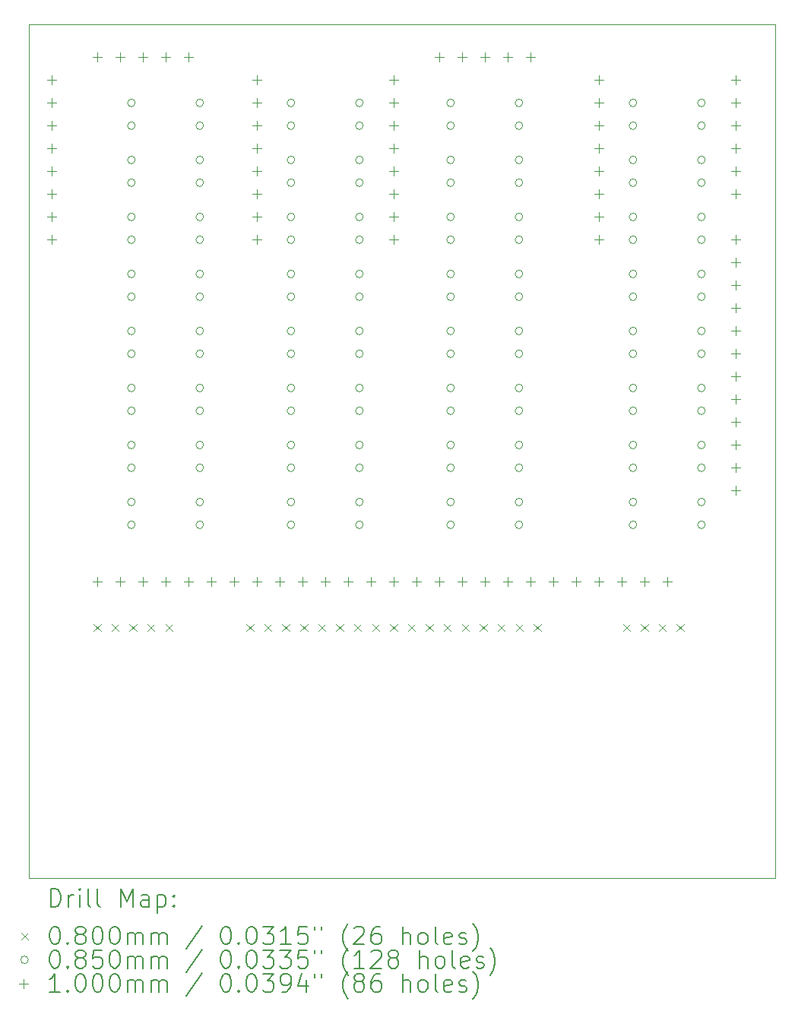
<source format=gbr>
%TF.GenerationSoftware,KiCad,Pcbnew,7.0.1*%
%TF.CreationDate,2023-11-08T17:30:50+01:00*%
%TF.ProjectId,keyboard,6b657962-6f61-4726-942e-6b696361645f,rev?*%
%TF.SameCoordinates,Original*%
%TF.FileFunction,Drillmap*%
%TF.FilePolarity,Positive*%
%FSLAX45Y45*%
G04 Gerber Fmt 4.5, Leading zero omitted, Abs format (unit mm)*
G04 Created by KiCad (PCBNEW 7.0.1) date 2023-11-08 17:30:50*
%MOMM*%
%LPD*%
G01*
G04 APERTURE LIST*
%ADD10C,0.100000*%
%ADD11C,0.200000*%
%ADD12C,0.080000*%
%ADD13C,0.085000*%
G04 APERTURE END LIST*
D10*
X8382000Y-3700000D02*
X16700000Y-3700000D01*
X16700000Y-13208000D01*
X8382000Y-13208000D01*
X8382000Y-3700000D01*
D11*
D12*
X9104000Y-10374000D02*
X9184000Y-10454000D01*
X9184000Y-10374000D02*
X9104000Y-10454000D01*
X9304000Y-10374000D02*
X9384000Y-10454000D01*
X9384000Y-10374000D02*
X9304000Y-10454000D01*
X9504000Y-10374000D02*
X9584000Y-10454000D01*
X9584000Y-10374000D02*
X9504000Y-10454000D01*
X9704000Y-10374000D02*
X9784000Y-10454000D01*
X9784000Y-10374000D02*
X9704000Y-10454000D01*
X9904000Y-10374000D02*
X9984000Y-10454000D01*
X9984000Y-10374000D02*
X9904000Y-10454000D01*
X10806000Y-10374000D02*
X10886000Y-10454000D01*
X10886000Y-10374000D02*
X10806000Y-10454000D01*
X11006000Y-10374000D02*
X11086000Y-10454000D01*
X11086000Y-10374000D02*
X11006000Y-10454000D01*
X11206000Y-10374000D02*
X11286000Y-10454000D01*
X11286000Y-10374000D02*
X11206000Y-10454000D01*
X11406000Y-10374000D02*
X11486000Y-10454000D01*
X11486000Y-10374000D02*
X11406000Y-10454000D01*
X11606000Y-10374000D02*
X11686000Y-10454000D01*
X11686000Y-10374000D02*
X11606000Y-10454000D01*
X11806000Y-10374000D02*
X11886000Y-10454000D01*
X11886000Y-10374000D02*
X11806000Y-10454000D01*
X12006000Y-10374000D02*
X12086000Y-10454000D01*
X12086000Y-10374000D02*
X12006000Y-10454000D01*
X12206000Y-10374000D02*
X12286000Y-10454000D01*
X12286000Y-10374000D02*
X12206000Y-10454000D01*
X12406000Y-10374000D02*
X12486000Y-10454000D01*
X12486000Y-10374000D02*
X12406000Y-10454000D01*
X12606000Y-10374000D02*
X12686000Y-10454000D01*
X12686000Y-10374000D02*
X12606000Y-10454000D01*
X12806000Y-10374000D02*
X12886000Y-10454000D01*
X12886000Y-10374000D02*
X12806000Y-10454000D01*
X13006000Y-10374000D02*
X13086000Y-10454000D01*
X13086000Y-10374000D02*
X13006000Y-10454000D01*
X13206000Y-10374000D02*
X13286000Y-10454000D01*
X13286000Y-10374000D02*
X13206000Y-10454000D01*
X13406000Y-10374000D02*
X13486000Y-10454000D01*
X13486000Y-10374000D02*
X13406000Y-10454000D01*
X13606000Y-10374000D02*
X13686000Y-10454000D01*
X13686000Y-10374000D02*
X13606000Y-10454000D01*
X13806000Y-10374000D02*
X13886000Y-10454000D01*
X13886000Y-10374000D02*
X13806000Y-10454000D01*
X14006000Y-10374000D02*
X14086000Y-10454000D01*
X14086000Y-10374000D02*
X14006000Y-10454000D01*
X15000000Y-10374000D02*
X15080000Y-10454000D01*
X15080000Y-10374000D02*
X15000000Y-10454000D01*
X15200000Y-10374000D02*
X15280000Y-10454000D01*
X15280000Y-10374000D02*
X15200000Y-10454000D01*
X15400000Y-10374000D02*
X15480000Y-10454000D01*
X15480000Y-10374000D02*
X15400000Y-10454000D01*
X15600000Y-10374000D02*
X15680000Y-10454000D01*
X15680000Y-10374000D02*
X15600000Y-10454000D01*
D13*
X9567500Y-4572000D02*
G75*
G03*
X9567500Y-4572000I-42500J0D01*
G01*
X9567500Y-4826000D02*
G75*
G03*
X9567500Y-4826000I-42500J0D01*
G01*
X9567500Y-5207000D02*
G75*
G03*
X9567500Y-5207000I-42500J0D01*
G01*
X9567500Y-5461000D02*
G75*
G03*
X9567500Y-5461000I-42500J0D01*
G01*
X9567500Y-5842000D02*
G75*
G03*
X9567500Y-5842000I-42500J0D01*
G01*
X9567500Y-6096000D02*
G75*
G03*
X9567500Y-6096000I-42500J0D01*
G01*
X9567500Y-6477000D02*
G75*
G03*
X9567500Y-6477000I-42500J0D01*
G01*
X9567500Y-6731000D02*
G75*
G03*
X9567500Y-6731000I-42500J0D01*
G01*
X9567500Y-7112000D02*
G75*
G03*
X9567500Y-7112000I-42500J0D01*
G01*
X9567500Y-7366000D02*
G75*
G03*
X9567500Y-7366000I-42500J0D01*
G01*
X9567500Y-7747000D02*
G75*
G03*
X9567500Y-7747000I-42500J0D01*
G01*
X9567500Y-8001000D02*
G75*
G03*
X9567500Y-8001000I-42500J0D01*
G01*
X9567500Y-8382000D02*
G75*
G03*
X9567500Y-8382000I-42500J0D01*
G01*
X9567500Y-8636000D02*
G75*
G03*
X9567500Y-8636000I-42500J0D01*
G01*
X9567500Y-9017000D02*
G75*
G03*
X9567500Y-9017000I-42500J0D01*
G01*
X9567500Y-9271000D02*
G75*
G03*
X9567500Y-9271000I-42500J0D01*
G01*
X10329500Y-4572000D02*
G75*
G03*
X10329500Y-4572000I-42500J0D01*
G01*
X10329500Y-4826000D02*
G75*
G03*
X10329500Y-4826000I-42500J0D01*
G01*
X10329500Y-5207000D02*
G75*
G03*
X10329500Y-5207000I-42500J0D01*
G01*
X10329500Y-5461000D02*
G75*
G03*
X10329500Y-5461000I-42500J0D01*
G01*
X10329500Y-5842000D02*
G75*
G03*
X10329500Y-5842000I-42500J0D01*
G01*
X10329500Y-6096000D02*
G75*
G03*
X10329500Y-6096000I-42500J0D01*
G01*
X10329500Y-6477000D02*
G75*
G03*
X10329500Y-6477000I-42500J0D01*
G01*
X10329500Y-6731000D02*
G75*
G03*
X10329500Y-6731000I-42500J0D01*
G01*
X10329500Y-7112000D02*
G75*
G03*
X10329500Y-7112000I-42500J0D01*
G01*
X10329500Y-7366000D02*
G75*
G03*
X10329500Y-7366000I-42500J0D01*
G01*
X10329500Y-7747000D02*
G75*
G03*
X10329500Y-7747000I-42500J0D01*
G01*
X10329500Y-8001000D02*
G75*
G03*
X10329500Y-8001000I-42500J0D01*
G01*
X10329500Y-8382000D02*
G75*
G03*
X10329500Y-8382000I-42500J0D01*
G01*
X10329500Y-8636000D02*
G75*
G03*
X10329500Y-8636000I-42500J0D01*
G01*
X10329500Y-9017000D02*
G75*
G03*
X10329500Y-9017000I-42500J0D01*
G01*
X10329500Y-9271000D02*
G75*
G03*
X10329500Y-9271000I-42500J0D01*
G01*
X11345500Y-4572000D02*
G75*
G03*
X11345500Y-4572000I-42500J0D01*
G01*
X11345500Y-4826000D02*
G75*
G03*
X11345500Y-4826000I-42500J0D01*
G01*
X11345500Y-5207000D02*
G75*
G03*
X11345500Y-5207000I-42500J0D01*
G01*
X11345500Y-5461000D02*
G75*
G03*
X11345500Y-5461000I-42500J0D01*
G01*
X11345500Y-5842000D02*
G75*
G03*
X11345500Y-5842000I-42500J0D01*
G01*
X11345500Y-6096000D02*
G75*
G03*
X11345500Y-6096000I-42500J0D01*
G01*
X11345500Y-6477000D02*
G75*
G03*
X11345500Y-6477000I-42500J0D01*
G01*
X11345500Y-6731000D02*
G75*
G03*
X11345500Y-6731000I-42500J0D01*
G01*
X11345500Y-7112000D02*
G75*
G03*
X11345500Y-7112000I-42500J0D01*
G01*
X11345500Y-7366000D02*
G75*
G03*
X11345500Y-7366000I-42500J0D01*
G01*
X11345500Y-7747000D02*
G75*
G03*
X11345500Y-7747000I-42500J0D01*
G01*
X11345500Y-8001000D02*
G75*
G03*
X11345500Y-8001000I-42500J0D01*
G01*
X11345500Y-8382000D02*
G75*
G03*
X11345500Y-8382000I-42500J0D01*
G01*
X11345500Y-8636000D02*
G75*
G03*
X11345500Y-8636000I-42500J0D01*
G01*
X11345500Y-9017000D02*
G75*
G03*
X11345500Y-9017000I-42500J0D01*
G01*
X11345500Y-9271000D02*
G75*
G03*
X11345500Y-9271000I-42500J0D01*
G01*
X12107500Y-4572000D02*
G75*
G03*
X12107500Y-4572000I-42500J0D01*
G01*
X12107500Y-4826000D02*
G75*
G03*
X12107500Y-4826000I-42500J0D01*
G01*
X12107500Y-5207000D02*
G75*
G03*
X12107500Y-5207000I-42500J0D01*
G01*
X12107500Y-5461000D02*
G75*
G03*
X12107500Y-5461000I-42500J0D01*
G01*
X12107500Y-5842000D02*
G75*
G03*
X12107500Y-5842000I-42500J0D01*
G01*
X12107500Y-6096000D02*
G75*
G03*
X12107500Y-6096000I-42500J0D01*
G01*
X12107500Y-6477000D02*
G75*
G03*
X12107500Y-6477000I-42500J0D01*
G01*
X12107500Y-6731000D02*
G75*
G03*
X12107500Y-6731000I-42500J0D01*
G01*
X12107500Y-7112000D02*
G75*
G03*
X12107500Y-7112000I-42500J0D01*
G01*
X12107500Y-7366000D02*
G75*
G03*
X12107500Y-7366000I-42500J0D01*
G01*
X12107500Y-7747000D02*
G75*
G03*
X12107500Y-7747000I-42500J0D01*
G01*
X12107500Y-8001000D02*
G75*
G03*
X12107500Y-8001000I-42500J0D01*
G01*
X12107500Y-8382000D02*
G75*
G03*
X12107500Y-8382000I-42500J0D01*
G01*
X12107500Y-8636000D02*
G75*
G03*
X12107500Y-8636000I-42500J0D01*
G01*
X12107500Y-9017000D02*
G75*
G03*
X12107500Y-9017000I-42500J0D01*
G01*
X12107500Y-9271000D02*
G75*
G03*
X12107500Y-9271000I-42500J0D01*
G01*
X13123500Y-4572000D02*
G75*
G03*
X13123500Y-4572000I-42500J0D01*
G01*
X13123500Y-4826000D02*
G75*
G03*
X13123500Y-4826000I-42500J0D01*
G01*
X13123500Y-5207000D02*
G75*
G03*
X13123500Y-5207000I-42500J0D01*
G01*
X13123500Y-5461000D02*
G75*
G03*
X13123500Y-5461000I-42500J0D01*
G01*
X13123500Y-5842000D02*
G75*
G03*
X13123500Y-5842000I-42500J0D01*
G01*
X13123500Y-6096000D02*
G75*
G03*
X13123500Y-6096000I-42500J0D01*
G01*
X13123500Y-6477000D02*
G75*
G03*
X13123500Y-6477000I-42500J0D01*
G01*
X13123500Y-6731000D02*
G75*
G03*
X13123500Y-6731000I-42500J0D01*
G01*
X13123500Y-7112000D02*
G75*
G03*
X13123500Y-7112000I-42500J0D01*
G01*
X13123500Y-7366000D02*
G75*
G03*
X13123500Y-7366000I-42500J0D01*
G01*
X13123500Y-7747000D02*
G75*
G03*
X13123500Y-7747000I-42500J0D01*
G01*
X13123500Y-8001000D02*
G75*
G03*
X13123500Y-8001000I-42500J0D01*
G01*
X13123500Y-8382000D02*
G75*
G03*
X13123500Y-8382000I-42500J0D01*
G01*
X13123500Y-8636000D02*
G75*
G03*
X13123500Y-8636000I-42500J0D01*
G01*
X13123500Y-9017000D02*
G75*
G03*
X13123500Y-9017000I-42500J0D01*
G01*
X13123500Y-9271000D02*
G75*
G03*
X13123500Y-9271000I-42500J0D01*
G01*
X13885500Y-4572000D02*
G75*
G03*
X13885500Y-4572000I-42500J0D01*
G01*
X13885500Y-4826000D02*
G75*
G03*
X13885500Y-4826000I-42500J0D01*
G01*
X13885500Y-5207000D02*
G75*
G03*
X13885500Y-5207000I-42500J0D01*
G01*
X13885500Y-5461000D02*
G75*
G03*
X13885500Y-5461000I-42500J0D01*
G01*
X13885500Y-5842000D02*
G75*
G03*
X13885500Y-5842000I-42500J0D01*
G01*
X13885500Y-6096000D02*
G75*
G03*
X13885500Y-6096000I-42500J0D01*
G01*
X13885500Y-6477000D02*
G75*
G03*
X13885500Y-6477000I-42500J0D01*
G01*
X13885500Y-6731000D02*
G75*
G03*
X13885500Y-6731000I-42500J0D01*
G01*
X13885500Y-7112000D02*
G75*
G03*
X13885500Y-7112000I-42500J0D01*
G01*
X13885500Y-7366000D02*
G75*
G03*
X13885500Y-7366000I-42500J0D01*
G01*
X13885500Y-7747000D02*
G75*
G03*
X13885500Y-7747000I-42500J0D01*
G01*
X13885500Y-8001000D02*
G75*
G03*
X13885500Y-8001000I-42500J0D01*
G01*
X13885500Y-8382000D02*
G75*
G03*
X13885500Y-8382000I-42500J0D01*
G01*
X13885500Y-8636000D02*
G75*
G03*
X13885500Y-8636000I-42500J0D01*
G01*
X13885500Y-9017000D02*
G75*
G03*
X13885500Y-9017000I-42500J0D01*
G01*
X13885500Y-9271000D02*
G75*
G03*
X13885500Y-9271000I-42500J0D01*
G01*
X15155500Y-4572000D02*
G75*
G03*
X15155500Y-4572000I-42500J0D01*
G01*
X15155500Y-4826000D02*
G75*
G03*
X15155500Y-4826000I-42500J0D01*
G01*
X15155500Y-5207000D02*
G75*
G03*
X15155500Y-5207000I-42500J0D01*
G01*
X15155500Y-5461000D02*
G75*
G03*
X15155500Y-5461000I-42500J0D01*
G01*
X15155500Y-5842000D02*
G75*
G03*
X15155500Y-5842000I-42500J0D01*
G01*
X15155500Y-6096000D02*
G75*
G03*
X15155500Y-6096000I-42500J0D01*
G01*
X15155500Y-6477000D02*
G75*
G03*
X15155500Y-6477000I-42500J0D01*
G01*
X15155500Y-6731000D02*
G75*
G03*
X15155500Y-6731000I-42500J0D01*
G01*
X15155500Y-7112000D02*
G75*
G03*
X15155500Y-7112000I-42500J0D01*
G01*
X15155500Y-7366000D02*
G75*
G03*
X15155500Y-7366000I-42500J0D01*
G01*
X15155500Y-7747000D02*
G75*
G03*
X15155500Y-7747000I-42500J0D01*
G01*
X15155500Y-8001000D02*
G75*
G03*
X15155500Y-8001000I-42500J0D01*
G01*
X15155500Y-8382000D02*
G75*
G03*
X15155500Y-8382000I-42500J0D01*
G01*
X15155500Y-8636000D02*
G75*
G03*
X15155500Y-8636000I-42500J0D01*
G01*
X15155500Y-9017000D02*
G75*
G03*
X15155500Y-9017000I-42500J0D01*
G01*
X15155500Y-9271000D02*
G75*
G03*
X15155500Y-9271000I-42500J0D01*
G01*
X15917500Y-4572000D02*
G75*
G03*
X15917500Y-4572000I-42500J0D01*
G01*
X15917500Y-4826000D02*
G75*
G03*
X15917500Y-4826000I-42500J0D01*
G01*
X15917500Y-5207000D02*
G75*
G03*
X15917500Y-5207000I-42500J0D01*
G01*
X15917500Y-5461000D02*
G75*
G03*
X15917500Y-5461000I-42500J0D01*
G01*
X15917500Y-5842000D02*
G75*
G03*
X15917500Y-5842000I-42500J0D01*
G01*
X15917500Y-6096000D02*
G75*
G03*
X15917500Y-6096000I-42500J0D01*
G01*
X15917500Y-6477000D02*
G75*
G03*
X15917500Y-6477000I-42500J0D01*
G01*
X15917500Y-6731000D02*
G75*
G03*
X15917500Y-6731000I-42500J0D01*
G01*
X15917500Y-7112000D02*
G75*
G03*
X15917500Y-7112000I-42500J0D01*
G01*
X15917500Y-7366000D02*
G75*
G03*
X15917500Y-7366000I-42500J0D01*
G01*
X15917500Y-7747000D02*
G75*
G03*
X15917500Y-7747000I-42500J0D01*
G01*
X15917500Y-8001000D02*
G75*
G03*
X15917500Y-8001000I-42500J0D01*
G01*
X15917500Y-8382000D02*
G75*
G03*
X15917500Y-8382000I-42500J0D01*
G01*
X15917500Y-8636000D02*
G75*
G03*
X15917500Y-8636000I-42500J0D01*
G01*
X15917500Y-9017000D02*
G75*
G03*
X15917500Y-9017000I-42500J0D01*
G01*
X15917500Y-9271000D02*
G75*
G03*
X15917500Y-9271000I-42500J0D01*
G01*
D10*
X8636000Y-4268000D02*
X8636000Y-4368000D01*
X8586000Y-4318000D02*
X8686000Y-4318000D01*
X8636000Y-4522000D02*
X8636000Y-4622000D01*
X8586000Y-4572000D02*
X8686000Y-4572000D01*
X8636000Y-4776000D02*
X8636000Y-4876000D01*
X8586000Y-4826000D02*
X8686000Y-4826000D01*
X8636000Y-5030000D02*
X8636000Y-5130000D01*
X8586000Y-5080000D02*
X8686000Y-5080000D01*
X8636000Y-5284000D02*
X8636000Y-5384000D01*
X8586000Y-5334000D02*
X8686000Y-5334000D01*
X8636000Y-5538000D02*
X8636000Y-5638000D01*
X8586000Y-5588000D02*
X8686000Y-5588000D01*
X8636000Y-5792000D02*
X8636000Y-5892000D01*
X8586000Y-5842000D02*
X8686000Y-5842000D01*
X8636000Y-6046000D02*
X8636000Y-6146000D01*
X8586000Y-6096000D02*
X8686000Y-6096000D01*
X9144000Y-4014000D02*
X9144000Y-4114000D01*
X9094000Y-4064000D02*
X9194000Y-4064000D01*
X9144000Y-9856000D02*
X9144000Y-9956000D01*
X9094000Y-9906000D02*
X9194000Y-9906000D01*
X9398000Y-4014000D02*
X9398000Y-4114000D01*
X9348000Y-4064000D02*
X9448000Y-4064000D01*
X9398000Y-9856000D02*
X9398000Y-9956000D01*
X9348000Y-9906000D02*
X9448000Y-9906000D01*
X9652000Y-4014000D02*
X9652000Y-4114000D01*
X9602000Y-4064000D02*
X9702000Y-4064000D01*
X9652000Y-9856000D02*
X9652000Y-9956000D01*
X9602000Y-9906000D02*
X9702000Y-9906000D01*
X9906000Y-4014000D02*
X9906000Y-4114000D01*
X9856000Y-4064000D02*
X9956000Y-4064000D01*
X9906000Y-9856000D02*
X9906000Y-9956000D01*
X9856000Y-9906000D02*
X9956000Y-9906000D01*
X10160000Y-4014000D02*
X10160000Y-4114000D01*
X10110000Y-4064000D02*
X10210000Y-4064000D01*
X10160000Y-9856000D02*
X10160000Y-9956000D01*
X10110000Y-9906000D02*
X10210000Y-9906000D01*
X10414000Y-9856000D02*
X10414000Y-9956000D01*
X10364000Y-9906000D02*
X10464000Y-9906000D01*
X10668000Y-9856000D02*
X10668000Y-9956000D01*
X10618000Y-9906000D02*
X10718000Y-9906000D01*
X10922000Y-4268000D02*
X10922000Y-4368000D01*
X10872000Y-4318000D02*
X10972000Y-4318000D01*
X10922000Y-4522000D02*
X10922000Y-4622000D01*
X10872000Y-4572000D02*
X10972000Y-4572000D01*
X10922000Y-4776000D02*
X10922000Y-4876000D01*
X10872000Y-4826000D02*
X10972000Y-4826000D01*
X10922000Y-5030000D02*
X10922000Y-5130000D01*
X10872000Y-5080000D02*
X10972000Y-5080000D01*
X10922000Y-5284000D02*
X10922000Y-5384000D01*
X10872000Y-5334000D02*
X10972000Y-5334000D01*
X10922000Y-5538000D02*
X10922000Y-5638000D01*
X10872000Y-5588000D02*
X10972000Y-5588000D01*
X10922000Y-5792000D02*
X10922000Y-5892000D01*
X10872000Y-5842000D02*
X10972000Y-5842000D01*
X10922000Y-6046000D02*
X10922000Y-6146000D01*
X10872000Y-6096000D02*
X10972000Y-6096000D01*
X10922000Y-9856000D02*
X10922000Y-9956000D01*
X10872000Y-9906000D02*
X10972000Y-9906000D01*
X11176000Y-9856000D02*
X11176000Y-9956000D01*
X11126000Y-9906000D02*
X11226000Y-9906000D01*
X11430000Y-9856000D02*
X11430000Y-9956000D01*
X11380000Y-9906000D02*
X11480000Y-9906000D01*
X11684000Y-9856000D02*
X11684000Y-9956000D01*
X11634000Y-9906000D02*
X11734000Y-9906000D01*
X11938000Y-9856000D02*
X11938000Y-9956000D01*
X11888000Y-9906000D02*
X11988000Y-9906000D01*
X12192000Y-9856000D02*
X12192000Y-9956000D01*
X12142000Y-9906000D02*
X12242000Y-9906000D01*
X12446000Y-4268000D02*
X12446000Y-4368000D01*
X12396000Y-4318000D02*
X12496000Y-4318000D01*
X12446000Y-4522000D02*
X12446000Y-4622000D01*
X12396000Y-4572000D02*
X12496000Y-4572000D01*
X12446000Y-4776000D02*
X12446000Y-4876000D01*
X12396000Y-4826000D02*
X12496000Y-4826000D01*
X12446000Y-5030000D02*
X12446000Y-5130000D01*
X12396000Y-5080000D02*
X12496000Y-5080000D01*
X12446000Y-5284000D02*
X12446000Y-5384000D01*
X12396000Y-5334000D02*
X12496000Y-5334000D01*
X12446000Y-5538000D02*
X12446000Y-5638000D01*
X12396000Y-5588000D02*
X12496000Y-5588000D01*
X12446000Y-5792000D02*
X12446000Y-5892000D01*
X12396000Y-5842000D02*
X12496000Y-5842000D01*
X12446000Y-6046000D02*
X12446000Y-6146000D01*
X12396000Y-6096000D02*
X12496000Y-6096000D01*
X12446000Y-9856000D02*
X12446000Y-9956000D01*
X12396000Y-9906000D02*
X12496000Y-9906000D01*
X12700000Y-9856000D02*
X12700000Y-9956000D01*
X12650000Y-9906000D02*
X12750000Y-9906000D01*
X12954000Y-4014000D02*
X12954000Y-4114000D01*
X12904000Y-4064000D02*
X13004000Y-4064000D01*
X12954000Y-9856000D02*
X12954000Y-9956000D01*
X12904000Y-9906000D02*
X13004000Y-9906000D01*
X13208000Y-4014000D02*
X13208000Y-4114000D01*
X13158000Y-4064000D02*
X13258000Y-4064000D01*
X13208000Y-9856000D02*
X13208000Y-9956000D01*
X13158000Y-9906000D02*
X13258000Y-9906000D01*
X13462000Y-4014000D02*
X13462000Y-4114000D01*
X13412000Y-4064000D02*
X13512000Y-4064000D01*
X13462000Y-9856000D02*
X13462000Y-9956000D01*
X13412000Y-9906000D02*
X13512000Y-9906000D01*
X13716000Y-4014000D02*
X13716000Y-4114000D01*
X13666000Y-4064000D02*
X13766000Y-4064000D01*
X13716000Y-9856000D02*
X13716000Y-9956000D01*
X13666000Y-9906000D02*
X13766000Y-9906000D01*
X13970000Y-4014000D02*
X13970000Y-4114000D01*
X13920000Y-4064000D02*
X14020000Y-4064000D01*
X13970000Y-9856000D02*
X13970000Y-9956000D01*
X13920000Y-9906000D02*
X14020000Y-9906000D01*
X14224000Y-9856000D02*
X14224000Y-9956000D01*
X14174000Y-9906000D02*
X14274000Y-9906000D01*
X14478000Y-9856000D02*
X14478000Y-9956000D01*
X14428000Y-9906000D02*
X14528000Y-9906000D01*
X14732000Y-4268000D02*
X14732000Y-4368000D01*
X14682000Y-4318000D02*
X14782000Y-4318000D01*
X14732000Y-4522000D02*
X14732000Y-4622000D01*
X14682000Y-4572000D02*
X14782000Y-4572000D01*
X14732000Y-4776000D02*
X14732000Y-4876000D01*
X14682000Y-4826000D02*
X14782000Y-4826000D01*
X14732000Y-5030000D02*
X14732000Y-5130000D01*
X14682000Y-5080000D02*
X14782000Y-5080000D01*
X14732000Y-5284000D02*
X14732000Y-5384000D01*
X14682000Y-5334000D02*
X14782000Y-5334000D01*
X14732000Y-5538000D02*
X14732000Y-5638000D01*
X14682000Y-5588000D02*
X14782000Y-5588000D01*
X14732000Y-5792000D02*
X14732000Y-5892000D01*
X14682000Y-5842000D02*
X14782000Y-5842000D01*
X14732000Y-6046000D02*
X14732000Y-6146000D01*
X14682000Y-6096000D02*
X14782000Y-6096000D01*
X14732000Y-9856000D02*
X14732000Y-9956000D01*
X14682000Y-9906000D02*
X14782000Y-9906000D01*
X14986000Y-9856000D02*
X14986000Y-9956000D01*
X14936000Y-9906000D02*
X15036000Y-9906000D01*
X15240000Y-9856000D02*
X15240000Y-9956000D01*
X15190000Y-9906000D02*
X15290000Y-9906000D01*
X15494000Y-9856000D02*
X15494000Y-9956000D01*
X15444000Y-9906000D02*
X15544000Y-9906000D01*
X16256000Y-4268000D02*
X16256000Y-4368000D01*
X16206000Y-4318000D02*
X16306000Y-4318000D01*
X16256000Y-4522000D02*
X16256000Y-4622000D01*
X16206000Y-4572000D02*
X16306000Y-4572000D01*
X16256000Y-4776000D02*
X16256000Y-4876000D01*
X16206000Y-4826000D02*
X16306000Y-4826000D01*
X16256000Y-5030000D02*
X16256000Y-5130000D01*
X16206000Y-5080000D02*
X16306000Y-5080000D01*
X16256000Y-5284000D02*
X16256000Y-5384000D01*
X16206000Y-5334000D02*
X16306000Y-5334000D01*
X16256000Y-5538000D02*
X16256000Y-5638000D01*
X16206000Y-5588000D02*
X16306000Y-5588000D01*
X16256000Y-6046000D02*
X16256000Y-6146000D01*
X16206000Y-6096000D02*
X16306000Y-6096000D01*
X16256000Y-6300000D02*
X16256000Y-6400000D01*
X16206000Y-6350000D02*
X16306000Y-6350000D01*
X16256000Y-6554000D02*
X16256000Y-6654000D01*
X16206000Y-6604000D02*
X16306000Y-6604000D01*
X16256000Y-6808000D02*
X16256000Y-6908000D01*
X16206000Y-6858000D02*
X16306000Y-6858000D01*
X16256000Y-7062000D02*
X16256000Y-7162000D01*
X16206000Y-7112000D02*
X16306000Y-7112000D01*
X16256000Y-7316000D02*
X16256000Y-7416000D01*
X16206000Y-7366000D02*
X16306000Y-7366000D01*
X16256000Y-7570000D02*
X16256000Y-7670000D01*
X16206000Y-7620000D02*
X16306000Y-7620000D01*
X16256000Y-7824000D02*
X16256000Y-7924000D01*
X16206000Y-7874000D02*
X16306000Y-7874000D01*
X16256000Y-8078000D02*
X16256000Y-8178000D01*
X16206000Y-8128000D02*
X16306000Y-8128000D01*
X16256000Y-8332000D02*
X16256000Y-8432000D01*
X16206000Y-8382000D02*
X16306000Y-8382000D01*
X16256000Y-8586000D02*
X16256000Y-8686000D01*
X16206000Y-8636000D02*
X16306000Y-8636000D01*
X16256000Y-8840000D02*
X16256000Y-8940000D01*
X16206000Y-8890000D02*
X16306000Y-8890000D01*
D11*
X8624619Y-13525524D02*
X8624619Y-13325524D01*
X8624619Y-13325524D02*
X8672238Y-13325524D01*
X8672238Y-13325524D02*
X8700810Y-13335048D01*
X8700810Y-13335048D02*
X8719857Y-13354095D01*
X8719857Y-13354095D02*
X8729381Y-13373143D01*
X8729381Y-13373143D02*
X8738905Y-13411238D01*
X8738905Y-13411238D02*
X8738905Y-13439809D01*
X8738905Y-13439809D02*
X8729381Y-13477905D01*
X8729381Y-13477905D02*
X8719857Y-13496952D01*
X8719857Y-13496952D02*
X8700810Y-13516000D01*
X8700810Y-13516000D02*
X8672238Y-13525524D01*
X8672238Y-13525524D02*
X8624619Y-13525524D01*
X8824619Y-13525524D02*
X8824619Y-13392190D01*
X8824619Y-13430286D02*
X8834143Y-13411238D01*
X8834143Y-13411238D02*
X8843667Y-13401714D01*
X8843667Y-13401714D02*
X8862714Y-13392190D01*
X8862714Y-13392190D02*
X8881762Y-13392190D01*
X8948429Y-13525524D02*
X8948429Y-13392190D01*
X8948429Y-13325524D02*
X8938905Y-13335048D01*
X8938905Y-13335048D02*
X8948429Y-13344571D01*
X8948429Y-13344571D02*
X8957952Y-13335048D01*
X8957952Y-13335048D02*
X8948429Y-13325524D01*
X8948429Y-13325524D02*
X8948429Y-13344571D01*
X9072238Y-13525524D02*
X9053190Y-13516000D01*
X9053190Y-13516000D02*
X9043667Y-13496952D01*
X9043667Y-13496952D02*
X9043667Y-13325524D01*
X9177000Y-13525524D02*
X9157952Y-13516000D01*
X9157952Y-13516000D02*
X9148429Y-13496952D01*
X9148429Y-13496952D02*
X9148429Y-13325524D01*
X9405571Y-13525524D02*
X9405571Y-13325524D01*
X9405571Y-13325524D02*
X9472238Y-13468381D01*
X9472238Y-13468381D02*
X9538905Y-13325524D01*
X9538905Y-13325524D02*
X9538905Y-13525524D01*
X9719857Y-13525524D02*
X9719857Y-13420762D01*
X9719857Y-13420762D02*
X9710333Y-13401714D01*
X9710333Y-13401714D02*
X9691286Y-13392190D01*
X9691286Y-13392190D02*
X9653190Y-13392190D01*
X9653190Y-13392190D02*
X9634143Y-13401714D01*
X9719857Y-13516000D02*
X9700810Y-13525524D01*
X9700810Y-13525524D02*
X9653190Y-13525524D01*
X9653190Y-13525524D02*
X9634143Y-13516000D01*
X9634143Y-13516000D02*
X9624619Y-13496952D01*
X9624619Y-13496952D02*
X9624619Y-13477905D01*
X9624619Y-13477905D02*
X9634143Y-13458857D01*
X9634143Y-13458857D02*
X9653190Y-13449333D01*
X9653190Y-13449333D02*
X9700810Y-13449333D01*
X9700810Y-13449333D02*
X9719857Y-13439809D01*
X9815095Y-13392190D02*
X9815095Y-13592190D01*
X9815095Y-13401714D02*
X9834143Y-13392190D01*
X9834143Y-13392190D02*
X9872238Y-13392190D01*
X9872238Y-13392190D02*
X9891286Y-13401714D01*
X9891286Y-13401714D02*
X9900810Y-13411238D01*
X9900810Y-13411238D02*
X9910333Y-13430286D01*
X9910333Y-13430286D02*
X9910333Y-13487428D01*
X9910333Y-13487428D02*
X9900810Y-13506476D01*
X9900810Y-13506476D02*
X9891286Y-13516000D01*
X9891286Y-13516000D02*
X9872238Y-13525524D01*
X9872238Y-13525524D02*
X9834143Y-13525524D01*
X9834143Y-13525524D02*
X9815095Y-13516000D01*
X9996048Y-13506476D02*
X10005571Y-13516000D01*
X10005571Y-13516000D02*
X9996048Y-13525524D01*
X9996048Y-13525524D02*
X9986524Y-13516000D01*
X9986524Y-13516000D02*
X9996048Y-13506476D01*
X9996048Y-13506476D02*
X9996048Y-13525524D01*
X9996048Y-13401714D02*
X10005571Y-13411238D01*
X10005571Y-13411238D02*
X9996048Y-13420762D01*
X9996048Y-13420762D02*
X9986524Y-13411238D01*
X9986524Y-13411238D02*
X9996048Y-13401714D01*
X9996048Y-13401714D02*
X9996048Y-13420762D01*
D12*
X8297000Y-13813000D02*
X8377000Y-13893000D01*
X8377000Y-13813000D02*
X8297000Y-13893000D01*
D11*
X8662714Y-13745524D02*
X8681762Y-13745524D01*
X8681762Y-13745524D02*
X8700810Y-13755048D01*
X8700810Y-13755048D02*
X8710333Y-13764571D01*
X8710333Y-13764571D02*
X8719857Y-13783619D01*
X8719857Y-13783619D02*
X8729381Y-13821714D01*
X8729381Y-13821714D02*
X8729381Y-13869333D01*
X8729381Y-13869333D02*
X8719857Y-13907428D01*
X8719857Y-13907428D02*
X8710333Y-13926476D01*
X8710333Y-13926476D02*
X8700810Y-13936000D01*
X8700810Y-13936000D02*
X8681762Y-13945524D01*
X8681762Y-13945524D02*
X8662714Y-13945524D01*
X8662714Y-13945524D02*
X8643667Y-13936000D01*
X8643667Y-13936000D02*
X8634143Y-13926476D01*
X8634143Y-13926476D02*
X8624619Y-13907428D01*
X8624619Y-13907428D02*
X8615095Y-13869333D01*
X8615095Y-13869333D02*
X8615095Y-13821714D01*
X8615095Y-13821714D02*
X8624619Y-13783619D01*
X8624619Y-13783619D02*
X8634143Y-13764571D01*
X8634143Y-13764571D02*
X8643667Y-13755048D01*
X8643667Y-13755048D02*
X8662714Y-13745524D01*
X8815095Y-13926476D02*
X8824619Y-13936000D01*
X8824619Y-13936000D02*
X8815095Y-13945524D01*
X8815095Y-13945524D02*
X8805571Y-13936000D01*
X8805571Y-13936000D02*
X8815095Y-13926476D01*
X8815095Y-13926476D02*
X8815095Y-13945524D01*
X8938905Y-13831238D02*
X8919857Y-13821714D01*
X8919857Y-13821714D02*
X8910333Y-13812190D01*
X8910333Y-13812190D02*
X8900810Y-13793143D01*
X8900810Y-13793143D02*
X8900810Y-13783619D01*
X8900810Y-13783619D02*
X8910333Y-13764571D01*
X8910333Y-13764571D02*
X8919857Y-13755048D01*
X8919857Y-13755048D02*
X8938905Y-13745524D01*
X8938905Y-13745524D02*
X8977000Y-13745524D01*
X8977000Y-13745524D02*
X8996048Y-13755048D01*
X8996048Y-13755048D02*
X9005571Y-13764571D01*
X9005571Y-13764571D02*
X9015095Y-13783619D01*
X9015095Y-13783619D02*
X9015095Y-13793143D01*
X9015095Y-13793143D02*
X9005571Y-13812190D01*
X9005571Y-13812190D02*
X8996048Y-13821714D01*
X8996048Y-13821714D02*
X8977000Y-13831238D01*
X8977000Y-13831238D02*
X8938905Y-13831238D01*
X8938905Y-13831238D02*
X8919857Y-13840762D01*
X8919857Y-13840762D02*
X8910333Y-13850286D01*
X8910333Y-13850286D02*
X8900810Y-13869333D01*
X8900810Y-13869333D02*
X8900810Y-13907428D01*
X8900810Y-13907428D02*
X8910333Y-13926476D01*
X8910333Y-13926476D02*
X8919857Y-13936000D01*
X8919857Y-13936000D02*
X8938905Y-13945524D01*
X8938905Y-13945524D02*
X8977000Y-13945524D01*
X8977000Y-13945524D02*
X8996048Y-13936000D01*
X8996048Y-13936000D02*
X9005571Y-13926476D01*
X9005571Y-13926476D02*
X9015095Y-13907428D01*
X9015095Y-13907428D02*
X9015095Y-13869333D01*
X9015095Y-13869333D02*
X9005571Y-13850286D01*
X9005571Y-13850286D02*
X8996048Y-13840762D01*
X8996048Y-13840762D02*
X8977000Y-13831238D01*
X9138905Y-13745524D02*
X9157952Y-13745524D01*
X9157952Y-13745524D02*
X9177000Y-13755048D01*
X9177000Y-13755048D02*
X9186524Y-13764571D01*
X9186524Y-13764571D02*
X9196048Y-13783619D01*
X9196048Y-13783619D02*
X9205571Y-13821714D01*
X9205571Y-13821714D02*
X9205571Y-13869333D01*
X9205571Y-13869333D02*
X9196048Y-13907428D01*
X9196048Y-13907428D02*
X9186524Y-13926476D01*
X9186524Y-13926476D02*
X9177000Y-13936000D01*
X9177000Y-13936000D02*
X9157952Y-13945524D01*
X9157952Y-13945524D02*
X9138905Y-13945524D01*
X9138905Y-13945524D02*
X9119857Y-13936000D01*
X9119857Y-13936000D02*
X9110333Y-13926476D01*
X9110333Y-13926476D02*
X9100810Y-13907428D01*
X9100810Y-13907428D02*
X9091286Y-13869333D01*
X9091286Y-13869333D02*
X9091286Y-13821714D01*
X9091286Y-13821714D02*
X9100810Y-13783619D01*
X9100810Y-13783619D02*
X9110333Y-13764571D01*
X9110333Y-13764571D02*
X9119857Y-13755048D01*
X9119857Y-13755048D02*
X9138905Y-13745524D01*
X9329381Y-13745524D02*
X9348429Y-13745524D01*
X9348429Y-13745524D02*
X9367476Y-13755048D01*
X9367476Y-13755048D02*
X9377000Y-13764571D01*
X9377000Y-13764571D02*
X9386524Y-13783619D01*
X9386524Y-13783619D02*
X9396048Y-13821714D01*
X9396048Y-13821714D02*
X9396048Y-13869333D01*
X9396048Y-13869333D02*
X9386524Y-13907428D01*
X9386524Y-13907428D02*
X9377000Y-13926476D01*
X9377000Y-13926476D02*
X9367476Y-13936000D01*
X9367476Y-13936000D02*
X9348429Y-13945524D01*
X9348429Y-13945524D02*
X9329381Y-13945524D01*
X9329381Y-13945524D02*
X9310333Y-13936000D01*
X9310333Y-13936000D02*
X9300810Y-13926476D01*
X9300810Y-13926476D02*
X9291286Y-13907428D01*
X9291286Y-13907428D02*
X9281762Y-13869333D01*
X9281762Y-13869333D02*
X9281762Y-13821714D01*
X9281762Y-13821714D02*
X9291286Y-13783619D01*
X9291286Y-13783619D02*
X9300810Y-13764571D01*
X9300810Y-13764571D02*
X9310333Y-13755048D01*
X9310333Y-13755048D02*
X9329381Y-13745524D01*
X9481762Y-13945524D02*
X9481762Y-13812190D01*
X9481762Y-13831238D02*
X9491286Y-13821714D01*
X9491286Y-13821714D02*
X9510333Y-13812190D01*
X9510333Y-13812190D02*
X9538905Y-13812190D01*
X9538905Y-13812190D02*
X9557952Y-13821714D01*
X9557952Y-13821714D02*
X9567476Y-13840762D01*
X9567476Y-13840762D02*
X9567476Y-13945524D01*
X9567476Y-13840762D02*
X9577000Y-13821714D01*
X9577000Y-13821714D02*
X9596048Y-13812190D01*
X9596048Y-13812190D02*
X9624619Y-13812190D01*
X9624619Y-13812190D02*
X9643667Y-13821714D01*
X9643667Y-13821714D02*
X9653191Y-13840762D01*
X9653191Y-13840762D02*
X9653191Y-13945524D01*
X9748429Y-13945524D02*
X9748429Y-13812190D01*
X9748429Y-13831238D02*
X9757952Y-13821714D01*
X9757952Y-13821714D02*
X9777000Y-13812190D01*
X9777000Y-13812190D02*
X9805572Y-13812190D01*
X9805572Y-13812190D02*
X9824619Y-13821714D01*
X9824619Y-13821714D02*
X9834143Y-13840762D01*
X9834143Y-13840762D02*
X9834143Y-13945524D01*
X9834143Y-13840762D02*
X9843667Y-13821714D01*
X9843667Y-13821714D02*
X9862714Y-13812190D01*
X9862714Y-13812190D02*
X9891286Y-13812190D01*
X9891286Y-13812190D02*
X9910333Y-13821714D01*
X9910333Y-13821714D02*
X9919857Y-13840762D01*
X9919857Y-13840762D02*
X9919857Y-13945524D01*
X10310333Y-13736000D02*
X10138905Y-13993143D01*
X10567476Y-13745524D02*
X10586524Y-13745524D01*
X10586524Y-13745524D02*
X10605572Y-13755048D01*
X10605572Y-13755048D02*
X10615095Y-13764571D01*
X10615095Y-13764571D02*
X10624619Y-13783619D01*
X10624619Y-13783619D02*
X10634143Y-13821714D01*
X10634143Y-13821714D02*
X10634143Y-13869333D01*
X10634143Y-13869333D02*
X10624619Y-13907428D01*
X10624619Y-13907428D02*
X10615095Y-13926476D01*
X10615095Y-13926476D02*
X10605572Y-13936000D01*
X10605572Y-13936000D02*
X10586524Y-13945524D01*
X10586524Y-13945524D02*
X10567476Y-13945524D01*
X10567476Y-13945524D02*
X10548429Y-13936000D01*
X10548429Y-13936000D02*
X10538905Y-13926476D01*
X10538905Y-13926476D02*
X10529381Y-13907428D01*
X10529381Y-13907428D02*
X10519857Y-13869333D01*
X10519857Y-13869333D02*
X10519857Y-13821714D01*
X10519857Y-13821714D02*
X10529381Y-13783619D01*
X10529381Y-13783619D02*
X10538905Y-13764571D01*
X10538905Y-13764571D02*
X10548429Y-13755048D01*
X10548429Y-13755048D02*
X10567476Y-13745524D01*
X10719857Y-13926476D02*
X10729381Y-13936000D01*
X10729381Y-13936000D02*
X10719857Y-13945524D01*
X10719857Y-13945524D02*
X10710334Y-13936000D01*
X10710334Y-13936000D02*
X10719857Y-13926476D01*
X10719857Y-13926476D02*
X10719857Y-13945524D01*
X10853191Y-13745524D02*
X10872238Y-13745524D01*
X10872238Y-13745524D02*
X10891286Y-13755048D01*
X10891286Y-13755048D02*
X10900810Y-13764571D01*
X10900810Y-13764571D02*
X10910334Y-13783619D01*
X10910334Y-13783619D02*
X10919857Y-13821714D01*
X10919857Y-13821714D02*
X10919857Y-13869333D01*
X10919857Y-13869333D02*
X10910334Y-13907428D01*
X10910334Y-13907428D02*
X10900810Y-13926476D01*
X10900810Y-13926476D02*
X10891286Y-13936000D01*
X10891286Y-13936000D02*
X10872238Y-13945524D01*
X10872238Y-13945524D02*
X10853191Y-13945524D01*
X10853191Y-13945524D02*
X10834143Y-13936000D01*
X10834143Y-13936000D02*
X10824619Y-13926476D01*
X10824619Y-13926476D02*
X10815095Y-13907428D01*
X10815095Y-13907428D02*
X10805572Y-13869333D01*
X10805572Y-13869333D02*
X10805572Y-13821714D01*
X10805572Y-13821714D02*
X10815095Y-13783619D01*
X10815095Y-13783619D02*
X10824619Y-13764571D01*
X10824619Y-13764571D02*
X10834143Y-13755048D01*
X10834143Y-13755048D02*
X10853191Y-13745524D01*
X10986524Y-13745524D02*
X11110334Y-13745524D01*
X11110334Y-13745524D02*
X11043667Y-13821714D01*
X11043667Y-13821714D02*
X11072238Y-13821714D01*
X11072238Y-13821714D02*
X11091286Y-13831238D01*
X11091286Y-13831238D02*
X11100810Y-13840762D01*
X11100810Y-13840762D02*
X11110334Y-13859809D01*
X11110334Y-13859809D02*
X11110334Y-13907428D01*
X11110334Y-13907428D02*
X11100810Y-13926476D01*
X11100810Y-13926476D02*
X11091286Y-13936000D01*
X11091286Y-13936000D02*
X11072238Y-13945524D01*
X11072238Y-13945524D02*
X11015095Y-13945524D01*
X11015095Y-13945524D02*
X10996048Y-13936000D01*
X10996048Y-13936000D02*
X10986524Y-13926476D01*
X11300810Y-13945524D02*
X11186524Y-13945524D01*
X11243667Y-13945524D02*
X11243667Y-13745524D01*
X11243667Y-13745524D02*
X11224619Y-13774095D01*
X11224619Y-13774095D02*
X11205572Y-13793143D01*
X11205572Y-13793143D02*
X11186524Y-13802667D01*
X11481762Y-13745524D02*
X11386524Y-13745524D01*
X11386524Y-13745524D02*
X11377000Y-13840762D01*
X11377000Y-13840762D02*
X11386524Y-13831238D01*
X11386524Y-13831238D02*
X11405572Y-13821714D01*
X11405572Y-13821714D02*
X11453191Y-13821714D01*
X11453191Y-13821714D02*
X11472238Y-13831238D01*
X11472238Y-13831238D02*
X11481762Y-13840762D01*
X11481762Y-13840762D02*
X11491286Y-13859809D01*
X11491286Y-13859809D02*
X11491286Y-13907428D01*
X11491286Y-13907428D02*
X11481762Y-13926476D01*
X11481762Y-13926476D02*
X11472238Y-13936000D01*
X11472238Y-13936000D02*
X11453191Y-13945524D01*
X11453191Y-13945524D02*
X11405572Y-13945524D01*
X11405572Y-13945524D02*
X11386524Y-13936000D01*
X11386524Y-13936000D02*
X11377000Y-13926476D01*
X11567476Y-13745524D02*
X11567476Y-13783619D01*
X11643667Y-13745524D02*
X11643667Y-13783619D01*
X11938905Y-14021714D02*
X11929381Y-14012190D01*
X11929381Y-14012190D02*
X11910334Y-13983619D01*
X11910334Y-13983619D02*
X11900810Y-13964571D01*
X11900810Y-13964571D02*
X11891286Y-13936000D01*
X11891286Y-13936000D02*
X11881762Y-13888381D01*
X11881762Y-13888381D02*
X11881762Y-13850286D01*
X11881762Y-13850286D02*
X11891286Y-13802667D01*
X11891286Y-13802667D02*
X11900810Y-13774095D01*
X11900810Y-13774095D02*
X11910334Y-13755048D01*
X11910334Y-13755048D02*
X11929381Y-13726476D01*
X11929381Y-13726476D02*
X11938905Y-13716952D01*
X12005572Y-13764571D02*
X12015095Y-13755048D01*
X12015095Y-13755048D02*
X12034143Y-13745524D01*
X12034143Y-13745524D02*
X12081762Y-13745524D01*
X12081762Y-13745524D02*
X12100810Y-13755048D01*
X12100810Y-13755048D02*
X12110334Y-13764571D01*
X12110334Y-13764571D02*
X12119857Y-13783619D01*
X12119857Y-13783619D02*
X12119857Y-13802667D01*
X12119857Y-13802667D02*
X12110334Y-13831238D01*
X12110334Y-13831238D02*
X11996048Y-13945524D01*
X11996048Y-13945524D02*
X12119857Y-13945524D01*
X12291286Y-13745524D02*
X12253191Y-13745524D01*
X12253191Y-13745524D02*
X12234143Y-13755048D01*
X12234143Y-13755048D02*
X12224619Y-13764571D01*
X12224619Y-13764571D02*
X12205572Y-13793143D01*
X12205572Y-13793143D02*
X12196048Y-13831238D01*
X12196048Y-13831238D02*
X12196048Y-13907428D01*
X12196048Y-13907428D02*
X12205572Y-13926476D01*
X12205572Y-13926476D02*
X12215095Y-13936000D01*
X12215095Y-13936000D02*
X12234143Y-13945524D01*
X12234143Y-13945524D02*
X12272238Y-13945524D01*
X12272238Y-13945524D02*
X12291286Y-13936000D01*
X12291286Y-13936000D02*
X12300810Y-13926476D01*
X12300810Y-13926476D02*
X12310334Y-13907428D01*
X12310334Y-13907428D02*
X12310334Y-13859809D01*
X12310334Y-13859809D02*
X12300810Y-13840762D01*
X12300810Y-13840762D02*
X12291286Y-13831238D01*
X12291286Y-13831238D02*
X12272238Y-13821714D01*
X12272238Y-13821714D02*
X12234143Y-13821714D01*
X12234143Y-13821714D02*
X12215095Y-13831238D01*
X12215095Y-13831238D02*
X12205572Y-13840762D01*
X12205572Y-13840762D02*
X12196048Y-13859809D01*
X12548429Y-13945524D02*
X12548429Y-13745524D01*
X12634143Y-13945524D02*
X12634143Y-13840762D01*
X12634143Y-13840762D02*
X12624619Y-13821714D01*
X12624619Y-13821714D02*
X12605572Y-13812190D01*
X12605572Y-13812190D02*
X12577000Y-13812190D01*
X12577000Y-13812190D02*
X12557953Y-13821714D01*
X12557953Y-13821714D02*
X12548429Y-13831238D01*
X12757953Y-13945524D02*
X12738905Y-13936000D01*
X12738905Y-13936000D02*
X12729381Y-13926476D01*
X12729381Y-13926476D02*
X12719857Y-13907428D01*
X12719857Y-13907428D02*
X12719857Y-13850286D01*
X12719857Y-13850286D02*
X12729381Y-13831238D01*
X12729381Y-13831238D02*
X12738905Y-13821714D01*
X12738905Y-13821714D02*
X12757953Y-13812190D01*
X12757953Y-13812190D02*
X12786524Y-13812190D01*
X12786524Y-13812190D02*
X12805572Y-13821714D01*
X12805572Y-13821714D02*
X12815096Y-13831238D01*
X12815096Y-13831238D02*
X12824619Y-13850286D01*
X12824619Y-13850286D02*
X12824619Y-13907428D01*
X12824619Y-13907428D02*
X12815096Y-13926476D01*
X12815096Y-13926476D02*
X12805572Y-13936000D01*
X12805572Y-13936000D02*
X12786524Y-13945524D01*
X12786524Y-13945524D02*
X12757953Y-13945524D01*
X12938905Y-13945524D02*
X12919857Y-13936000D01*
X12919857Y-13936000D02*
X12910334Y-13916952D01*
X12910334Y-13916952D02*
X12910334Y-13745524D01*
X13091286Y-13936000D02*
X13072238Y-13945524D01*
X13072238Y-13945524D02*
X13034143Y-13945524D01*
X13034143Y-13945524D02*
X13015096Y-13936000D01*
X13015096Y-13936000D02*
X13005572Y-13916952D01*
X13005572Y-13916952D02*
X13005572Y-13840762D01*
X13005572Y-13840762D02*
X13015096Y-13821714D01*
X13015096Y-13821714D02*
X13034143Y-13812190D01*
X13034143Y-13812190D02*
X13072238Y-13812190D01*
X13072238Y-13812190D02*
X13091286Y-13821714D01*
X13091286Y-13821714D02*
X13100810Y-13840762D01*
X13100810Y-13840762D02*
X13100810Y-13859809D01*
X13100810Y-13859809D02*
X13005572Y-13878857D01*
X13177000Y-13936000D02*
X13196048Y-13945524D01*
X13196048Y-13945524D02*
X13234143Y-13945524D01*
X13234143Y-13945524D02*
X13253191Y-13936000D01*
X13253191Y-13936000D02*
X13262715Y-13916952D01*
X13262715Y-13916952D02*
X13262715Y-13907428D01*
X13262715Y-13907428D02*
X13253191Y-13888381D01*
X13253191Y-13888381D02*
X13234143Y-13878857D01*
X13234143Y-13878857D02*
X13205572Y-13878857D01*
X13205572Y-13878857D02*
X13186524Y-13869333D01*
X13186524Y-13869333D02*
X13177000Y-13850286D01*
X13177000Y-13850286D02*
X13177000Y-13840762D01*
X13177000Y-13840762D02*
X13186524Y-13821714D01*
X13186524Y-13821714D02*
X13205572Y-13812190D01*
X13205572Y-13812190D02*
X13234143Y-13812190D01*
X13234143Y-13812190D02*
X13253191Y-13821714D01*
X13329381Y-14021714D02*
X13338905Y-14012190D01*
X13338905Y-14012190D02*
X13357953Y-13983619D01*
X13357953Y-13983619D02*
X13367477Y-13964571D01*
X13367477Y-13964571D02*
X13377000Y-13936000D01*
X13377000Y-13936000D02*
X13386524Y-13888381D01*
X13386524Y-13888381D02*
X13386524Y-13850286D01*
X13386524Y-13850286D02*
X13377000Y-13802667D01*
X13377000Y-13802667D02*
X13367477Y-13774095D01*
X13367477Y-13774095D02*
X13357953Y-13755048D01*
X13357953Y-13755048D02*
X13338905Y-13726476D01*
X13338905Y-13726476D02*
X13329381Y-13716952D01*
D13*
X8377000Y-14117000D02*
G75*
G03*
X8377000Y-14117000I-42500J0D01*
G01*
D11*
X8662714Y-14009524D02*
X8681762Y-14009524D01*
X8681762Y-14009524D02*
X8700810Y-14019048D01*
X8700810Y-14019048D02*
X8710333Y-14028571D01*
X8710333Y-14028571D02*
X8719857Y-14047619D01*
X8719857Y-14047619D02*
X8729381Y-14085714D01*
X8729381Y-14085714D02*
X8729381Y-14133333D01*
X8729381Y-14133333D02*
X8719857Y-14171428D01*
X8719857Y-14171428D02*
X8710333Y-14190476D01*
X8710333Y-14190476D02*
X8700810Y-14200000D01*
X8700810Y-14200000D02*
X8681762Y-14209524D01*
X8681762Y-14209524D02*
X8662714Y-14209524D01*
X8662714Y-14209524D02*
X8643667Y-14200000D01*
X8643667Y-14200000D02*
X8634143Y-14190476D01*
X8634143Y-14190476D02*
X8624619Y-14171428D01*
X8624619Y-14171428D02*
X8615095Y-14133333D01*
X8615095Y-14133333D02*
X8615095Y-14085714D01*
X8615095Y-14085714D02*
X8624619Y-14047619D01*
X8624619Y-14047619D02*
X8634143Y-14028571D01*
X8634143Y-14028571D02*
X8643667Y-14019048D01*
X8643667Y-14019048D02*
X8662714Y-14009524D01*
X8815095Y-14190476D02*
X8824619Y-14200000D01*
X8824619Y-14200000D02*
X8815095Y-14209524D01*
X8815095Y-14209524D02*
X8805571Y-14200000D01*
X8805571Y-14200000D02*
X8815095Y-14190476D01*
X8815095Y-14190476D02*
X8815095Y-14209524D01*
X8938905Y-14095238D02*
X8919857Y-14085714D01*
X8919857Y-14085714D02*
X8910333Y-14076190D01*
X8910333Y-14076190D02*
X8900810Y-14057143D01*
X8900810Y-14057143D02*
X8900810Y-14047619D01*
X8900810Y-14047619D02*
X8910333Y-14028571D01*
X8910333Y-14028571D02*
X8919857Y-14019048D01*
X8919857Y-14019048D02*
X8938905Y-14009524D01*
X8938905Y-14009524D02*
X8977000Y-14009524D01*
X8977000Y-14009524D02*
X8996048Y-14019048D01*
X8996048Y-14019048D02*
X9005571Y-14028571D01*
X9005571Y-14028571D02*
X9015095Y-14047619D01*
X9015095Y-14047619D02*
X9015095Y-14057143D01*
X9015095Y-14057143D02*
X9005571Y-14076190D01*
X9005571Y-14076190D02*
X8996048Y-14085714D01*
X8996048Y-14085714D02*
X8977000Y-14095238D01*
X8977000Y-14095238D02*
X8938905Y-14095238D01*
X8938905Y-14095238D02*
X8919857Y-14104762D01*
X8919857Y-14104762D02*
X8910333Y-14114286D01*
X8910333Y-14114286D02*
X8900810Y-14133333D01*
X8900810Y-14133333D02*
X8900810Y-14171428D01*
X8900810Y-14171428D02*
X8910333Y-14190476D01*
X8910333Y-14190476D02*
X8919857Y-14200000D01*
X8919857Y-14200000D02*
X8938905Y-14209524D01*
X8938905Y-14209524D02*
X8977000Y-14209524D01*
X8977000Y-14209524D02*
X8996048Y-14200000D01*
X8996048Y-14200000D02*
X9005571Y-14190476D01*
X9005571Y-14190476D02*
X9015095Y-14171428D01*
X9015095Y-14171428D02*
X9015095Y-14133333D01*
X9015095Y-14133333D02*
X9005571Y-14114286D01*
X9005571Y-14114286D02*
X8996048Y-14104762D01*
X8996048Y-14104762D02*
X8977000Y-14095238D01*
X9196048Y-14009524D02*
X9100810Y-14009524D01*
X9100810Y-14009524D02*
X9091286Y-14104762D01*
X9091286Y-14104762D02*
X9100810Y-14095238D01*
X9100810Y-14095238D02*
X9119857Y-14085714D01*
X9119857Y-14085714D02*
X9167476Y-14085714D01*
X9167476Y-14085714D02*
X9186524Y-14095238D01*
X9186524Y-14095238D02*
X9196048Y-14104762D01*
X9196048Y-14104762D02*
X9205571Y-14123809D01*
X9205571Y-14123809D02*
X9205571Y-14171428D01*
X9205571Y-14171428D02*
X9196048Y-14190476D01*
X9196048Y-14190476D02*
X9186524Y-14200000D01*
X9186524Y-14200000D02*
X9167476Y-14209524D01*
X9167476Y-14209524D02*
X9119857Y-14209524D01*
X9119857Y-14209524D02*
X9100810Y-14200000D01*
X9100810Y-14200000D02*
X9091286Y-14190476D01*
X9329381Y-14009524D02*
X9348429Y-14009524D01*
X9348429Y-14009524D02*
X9367476Y-14019048D01*
X9367476Y-14019048D02*
X9377000Y-14028571D01*
X9377000Y-14028571D02*
X9386524Y-14047619D01*
X9386524Y-14047619D02*
X9396048Y-14085714D01*
X9396048Y-14085714D02*
X9396048Y-14133333D01*
X9396048Y-14133333D02*
X9386524Y-14171428D01*
X9386524Y-14171428D02*
X9377000Y-14190476D01*
X9377000Y-14190476D02*
X9367476Y-14200000D01*
X9367476Y-14200000D02*
X9348429Y-14209524D01*
X9348429Y-14209524D02*
X9329381Y-14209524D01*
X9329381Y-14209524D02*
X9310333Y-14200000D01*
X9310333Y-14200000D02*
X9300810Y-14190476D01*
X9300810Y-14190476D02*
X9291286Y-14171428D01*
X9291286Y-14171428D02*
X9281762Y-14133333D01*
X9281762Y-14133333D02*
X9281762Y-14085714D01*
X9281762Y-14085714D02*
X9291286Y-14047619D01*
X9291286Y-14047619D02*
X9300810Y-14028571D01*
X9300810Y-14028571D02*
X9310333Y-14019048D01*
X9310333Y-14019048D02*
X9329381Y-14009524D01*
X9481762Y-14209524D02*
X9481762Y-14076190D01*
X9481762Y-14095238D02*
X9491286Y-14085714D01*
X9491286Y-14085714D02*
X9510333Y-14076190D01*
X9510333Y-14076190D02*
X9538905Y-14076190D01*
X9538905Y-14076190D02*
X9557952Y-14085714D01*
X9557952Y-14085714D02*
X9567476Y-14104762D01*
X9567476Y-14104762D02*
X9567476Y-14209524D01*
X9567476Y-14104762D02*
X9577000Y-14085714D01*
X9577000Y-14085714D02*
X9596048Y-14076190D01*
X9596048Y-14076190D02*
X9624619Y-14076190D01*
X9624619Y-14076190D02*
X9643667Y-14085714D01*
X9643667Y-14085714D02*
X9653191Y-14104762D01*
X9653191Y-14104762D02*
X9653191Y-14209524D01*
X9748429Y-14209524D02*
X9748429Y-14076190D01*
X9748429Y-14095238D02*
X9757952Y-14085714D01*
X9757952Y-14085714D02*
X9777000Y-14076190D01*
X9777000Y-14076190D02*
X9805572Y-14076190D01*
X9805572Y-14076190D02*
X9824619Y-14085714D01*
X9824619Y-14085714D02*
X9834143Y-14104762D01*
X9834143Y-14104762D02*
X9834143Y-14209524D01*
X9834143Y-14104762D02*
X9843667Y-14085714D01*
X9843667Y-14085714D02*
X9862714Y-14076190D01*
X9862714Y-14076190D02*
X9891286Y-14076190D01*
X9891286Y-14076190D02*
X9910333Y-14085714D01*
X9910333Y-14085714D02*
X9919857Y-14104762D01*
X9919857Y-14104762D02*
X9919857Y-14209524D01*
X10310333Y-14000000D02*
X10138905Y-14257143D01*
X10567476Y-14009524D02*
X10586524Y-14009524D01*
X10586524Y-14009524D02*
X10605572Y-14019048D01*
X10605572Y-14019048D02*
X10615095Y-14028571D01*
X10615095Y-14028571D02*
X10624619Y-14047619D01*
X10624619Y-14047619D02*
X10634143Y-14085714D01*
X10634143Y-14085714D02*
X10634143Y-14133333D01*
X10634143Y-14133333D02*
X10624619Y-14171428D01*
X10624619Y-14171428D02*
X10615095Y-14190476D01*
X10615095Y-14190476D02*
X10605572Y-14200000D01*
X10605572Y-14200000D02*
X10586524Y-14209524D01*
X10586524Y-14209524D02*
X10567476Y-14209524D01*
X10567476Y-14209524D02*
X10548429Y-14200000D01*
X10548429Y-14200000D02*
X10538905Y-14190476D01*
X10538905Y-14190476D02*
X10529381Y-14171428D01*
X10529381Y-14171428D02*
X10519857Y-14133333D01*
X10519857Y-14133333D02*
X10519857Y-14085714D01*
X10519857Y-14085714D02*
X10529381Y-14047619D01*
X10529381Y-14047619D02*
X10538905Y-14028571D01*
X10538905Y-14028571D02*
X10548429Y-14019048D01*
X10548429Y-14019048D02*
X10567476Y-14009524D01*
X10719857Y-14190476D02*
X10729381Y-14200000D01*
X10729381Y-14200000D02*
X10719857Y-14209524D01*
X10719857Y-14209524D02*
X10710334Y-14200000D01*
X10710334Y-14200000D02*
X10719857Y-14190476D01*
X10719857Y-14190476D02*
X10719857Y-14209524D01*
X10853191Y-14009524D02*
X10872238Y-14009524D01*
X10872238Y-14009524D02*
X10891286Y-14019048D01*
X10891286Y-14019048D02*
X10900810Y-14028571D01*
X10900810Y-14028571D02*
X10910334Y-14047619D01*
X10910334Y-14047619D02*
X10919857Y-14085714D01*
X10919857Y-14085714D02*
X10919857Y-14133333D01*
X10919857Y-14133333D02*
X10910334Y-14171428D01*
X10910334Y-14171428D02*
X10900810Y-14190476D01*
X10900810Y-14190476D02*
X10891286Y-14200000D01*
X10891286Y-14200000D02*
X10872238Y-14209524D01*
X10872238Y-14209524D02*
X10853191Y-14209524D01*
X10853191Y-14209524D02*
X10834143Y-14200000D01*
X10834143Y-14200000D02*
X10824619Y-14190476D01*
X10824619Y-14190476D02*
X10815095Y-14171428D01*
X10815095Y-14171428D02*
X10805572Y-14133333D01*
X10805572Y-14133333D02*
X10805572Y-14085714D01*
X10805572Y-14085714D02*
X10815095Y-14047619D01*
X10815095Y-14047619D02*
X10824619Y-14028571D01*
X10824619Y-14028571D02*
X10834143Y-14019048D01*
X10834143Y-14019048D02*
X10853191Y-14009524D01*
X10986524Y-14009524D02*
X11110334Y-14009524D01*
X11110334Y-14009524D02*
X11043667Y-14085714D01*
X11043667Y-14085714D02*
X11072238Y-14085714D01*
X11072238Y-14085714D02*
X11091286Y-14095238D01*
X11091286Y-14095238D02*
X11100810Y-14104762D01*
X11100810Y-14104762D02*
X11110334Y-14123809D01*
X11110334Y-14123809D02*
X11110334Y-14171428D01*
X11110334Y-14171428D02*
X11100810Y-14190476D01*
X11100810Y-14190476D02*
X11091286Y-14200000D01*
X11091286Y-14200000D02*
X11072238Y-14209524D01*
X11072238Y-14209524D02*
X11015095Y-14209524D01*
X11015095Y-14209524D02*
X10996048Y-14200000D01*
X10996048Y-14200000D02*
X10986524Y-14190476D01*
X11177000Y-14009524D02*
X11300810Y-14009524D01*
X11300810Y-14009524D02*
X11234143Y-14085714D01*
X11234143Y-14085714D02*
X11262714Y-14085714D01*
X11262714Y-14085714D02*
X11281762Y-14095238D01*
X11281762Y-14095238D02*
X11291286Y-14104762D01*
X11291286Y-14104762D02*
X11300810Y-14123809D01*
X11300810Y-14123809D02*
X11300810Y-14171428D01*
X11300810Y-14171428D02*
X11291286Y-14190476D01*
X11291286Y-14190476D02*
X11281762Y-14200000D01*
X11281762Y-14200000D02*
X11262714Y-14209524D01*
X11262714Y-14209524D02*
X11205572Y-14209524D01*
X11205572Y-14209524D02*
X11186524Y-14200000D01*
X11186524Y-14200000D02*
X11177000Y-14190476D01*
X11481762Y-14009524D02*
X11386524Y-14009524D01*
X11386524Y-14009524D02*
X11377000Y-14104762D01*
X11377000Y-14104762D02*
X11386524Y-14095238D01*
X11386524Y-14095238D02*
X11405572Y-14085714D01*
X11405572Y-14085714D02*
X11453191Y-14085714D01*
X11453191Y-14085714D02*
X11472238Y-14095238D01*
X11472238Y-14095238D02*
X11481762Y-14104762D01*
X11481762Y-14104762D02*
X11491286Y-14123809D01*
X11491286Y-14123809D02*
X11491286Y-14171428D01*
X11491286Y-14171428D02*
X11481762Y-14190476D01*
X11481762Y-14190476D02*
X11472238Y-14200000D01*
X11472238Y-14200000D02*
X11453191Y-14209524D01*
X11453191Y-14209524D02*
X11405572Y-14209524D01*
X11405572Y-14209524D02*
X11386524Y-14200000D01*
X11386524Y-14200000D02*
X11377000Y-14190476D01*
X11567476Y-14009524D02*
X11567476Y-14047619D01*
X11643667Y-14009524D02*
X11643667Y-14047619D01*
X11938905Y-14285714D02*
X11929381Y-14276190D01*
X11929381Y-14276190D02*
X11910334Y-14247619D01*
X11910334Y-14247619D02*
X11900810Y-14228571D01*
X11900810Y-14228571D02*
X11891286Y-14200000D01*
X11891286Y-14200000D02*
X11881762Y-14152381D01*
X11881762Y-14152381D02*
X11881762Y-14114286D01*
X11881762Y-14114286D02*
X11891286Y-14066667D01*
X11891286Y-14066667D02*
X11900810Y-14038095D01*
X11900810Y-14038095D02*
X11910334Y-14019048D01*
X11910334Y-14019048D02*
X11929381Y-13990476D01*
X11929381Y-13990476D02*
X11938905Y-13980952D01*
X12119857Y-14209524D02*
X12005572Y-14209524D01*
X12062714Y-14209524D02*
X12062714Y-14009524D01*
X12062714Y-14009524D02*
X12043667Y-14038095D01*
X12043667Y-14038095D02*
X12024619Y-14057143D01*
X12024619Y-14057143D02*
X12005572Y-14066667D01*
X12196048Y-14028571D02*
X12205572Y-14019048D01*
X12205572Y-14019048D02*
X12224619Y-14009524D01*
X12224619Y-14009524D02*
X12272238Y-14009524D01*
X12272238Y-14009524D02*
X12291286Y-14019048D01*
X12291286Y-14019048D02*
X12300810Y-14028571D01*
X12300810Y-14028571D02*
X12310334Y-14047619D01*
X12310334Y-14047619D02*
X12310334Y-14066667D01*
X12310334Y-14066667D02*
X12300810Y-14095238D01*
X12300810Y-14095238D02*
X12186524Y-14209524D01*
X12186524Y-14209524D02*
X12310334Y-14209524D01*
X12424619Y-14095238D02*
X12405572Y-14085714D01*
X12405572Y-14085714D02*
X12396048Y-14076190D01*
X12396048Y-14076190D02*
X12386524Y-14057143D01*
X12386524Y-14057143D02*
X12386524Y-14047619D01*
X12386524Y-14047619D02*
X12396048Y-14028571D01*
X12396048Y-14028571D02*
X12405572Y-14019048D01*
X12405572Y-14019048D02*
X12424619Y-14009524D01*
X12424619Y-14009524D02*
X12462715Y-14009524D01*
X12462715Y-14009524D02*
X12481762Y-14019048D01*
X12481762Y-14019048D02*
X12491286Y-14028571D01*
X12491286Y-14028571D02*
X12500810Y-14047619D01*
X12500810Y-14047619D02*
X12500810Y-14057143D01*
X12500810Y-14057143D02*
X12491286Y-14076190D01*
X12491286Y-14076190D02*
X12481762Y-14085714D01*
X12481762Y-14085714D02*
X12462715Y-14095238D01*
X12462715Y-14095238D02*
X12424619Y-14095238D01*
X12424619Y-14095238D02*
X12405572Y-14104762D01*
X12405572Y-14104762D02*
X12396048Y-14114286D01*
X12396048Y-14114286D02*
X12386524Y-14133333D01*
X12386524Y-14133333D02*
X12386524Y-14171428D01*
X12386524Y-14171428D02*
X12396048Y-14190476D01*
X12396048Y-14190476D02*
X12405572Y-14200000D01*
X12405572Y-14200000D02*
X12424619Y-14209524D01*
X12424619Y-14209524D02*
X12462715Y-14209524D01*
X12462715Y-14209524D02*
X12481762Y-14200000D01*
X12481762Y-14200000D02*
X12491286Y-14190476D01*
X12491286Y-14190476D02*
X12500810Y-14171428D01*
X12500810Y-14171428D02*
X12500810Y-14133333D01*
X12500810Y-14133333D02*
X12491286Y-14114286D01*
X12491286Y-14114286D02*
X12481762Y-14104762D01*
X12481762Y-14104762D02*
X12462715Y-14095238D01*
X12738905Y-14209524D02*
X12738905Y-14009524D01*
X12824619Y-14209524D02*
X12824619Y-14104762D01*
X12824619Y-14104762D02*
X12815096Y-14085714D01*
X12815096Y-14085714D02*
X12796048Y-14076190D01*
X12796048Y-14076190D02*
X12767476Y-14076190D01*
X12767476Y-14076190D02*
X12748429Y-14085714D01*
X12748429Y-14085714D02*
X12738905Y-14095238D01*
X12948429Y-14209524D02*
X12929381Y-14200000D01*
X12929381Y-14200000D02*
X12919857Y-14190476D01*
X12919857Y-14190476D02*
X12910334Y-14171428D01*
X12910334Y-14171428D02*
X12910334Y-14114286D01*
X12910334Y-14114286D02*
X12919857Y-14095238D01*
X12919857Y-14095238D02*
X12929381Y-14085714D01*
X12929381Y-14085714D02*
X12948429Y-14076190D01*
X12948429Y-14076190D02*
X12977000Y-14076190D01*
X12977000Y-14076190D02*
X12996048Y-14085714D01*
X12996048Y-14085714D02*
X13005572Y-14095238D01*
X13005572Y-14095238D02*
X13015096Y-14114286D01*
X13015096Y-14114286D02*
X13015096Y-14171428D01*
X13015096Y-14171428D02*
X13005572Y-14190476D01*
X13005572Y-14190476D02*
X12996048Y-14200000D01*
X12996048Y-14200000D02*
X12977000Y-14209524D01*
X12977000Y-14209524D02*
X12948429Y-14209524D01*
X13129381Y-14209524D02*
X13110334Y-14200000D01*
X13110334Y-14200000D02*
X13100810Y-14180952D01*
X13100810Y-14180952D02*
X13100810Y-14009524D01*
X13281762Y-14200000D02*
X13262715Y-14209524D01*
X13262715Y-14209524D02*
X13224619Y-14209524D01*
X13224619Y-14209524D02*
X13205572Y-14200000D01*
X13205572Y-14200000D02*
X13196048Y-14180952D01*
X13196048Y-14180952D02*
X13196048Y-14104762D01*
X13196048Y-14104762D02*
X13205572Y-14085714D01*
X13205572Y-14085714D02*
X13224619Y-14076190D01*
X13224619Y-14076190D02*
X13262715Y-14076190D01*
X13262715Y-14076190D02*
X13281762Y-14085714D01*
X13281762Y-14085714D02*
X13291286Y-14104762D01*
X13291286Y-14104762D02*
X13291286Y-14123809D01*
X13291286Y-14123809D02*
X13196048Y-14142857D01*
X13367477Y-14200000D02*
X13386524Y-14209524D01*
X13386524Y-14209524D02*
X13424619Y-14209524D01*
X13424619Y-14209524D02*
X13443667Y-14200000D01*
X13443667Y-14200000D02*
X13453191Y-14180952D01*
X13453191Y-14180952D02*
X13453191Y-14171428D01*
X13453191Y-14171428D02*
X13443667Y-14152381D01*
X13443667Y-14152381D02*
X13424619Y-14142857D01*
X13424619Y-14142857D02*
X13396048Y-14142857D01*
X13396048Y-14142857D02*
X13377000Y-14133333D01*
X13377000Y-14133333D02*
X13367477Y-14114286D01*
X13367477Y-14114286D02*
X13367477Y-14104762D01*
X13367477Y-14104762D02*
X13377000Y-14085714D01*
X13377000Y-14085714D02*
X13396048Y-14076190D01*
X13396048Y-14076190D02*
X13424619Y-14076190D01*
X13424619Y-14076190D02*
X13443667Y-14085714D01*
X13519858Y-14285714D02*
X13529381Y-14276190D01*
X13529381Y-14276190D02*
X13548429Y-14247619D01*
X13548429Y-14247619D02*
X13557953Y-14228571D01*
X13557953Y-14228571D02*
X13567477Y-14200000D01*
X13567477Y-14200000D02*
X13577000Y-14152381D01*
X13577000Y-14152381D02*
X13577000Y-14114286D01*
X13577000Y-14114286D02*
X13567477Y-14066667D01*
X13567477Y-14066667D02*
X13557953Y-14038095D01*
X13557953Y-14038095D02*
X13548429Y-14019048D01*
X13548429Y-14019048D02*
X13529381Y-13990476D01*
X13529381Y-13990476D02*
X13519858Y-13980952D01*
D10*
X8327000Y-14331000D02*
X8327000Y-14431000D01*
X8277000Y-14381000D02*
X8377000Y-14381000D01*
D11*
X8729381Y-14473524D02*
X8615095Y-14473524D01*
X8672238Y-14473524D02*
X8672238Y-14273524D01*
X8672238Y-14273524D02*
X8653190Y-14302095D01*
X8653190Y-14302095D02*
X8634143Y-14321143D01*
X8634143Y-14321143D02*
X8615095Y-14330667D01*
X8815095Y-14454476D02*
X8824619Y-14464000D01*
X8824619Y-14464000D02*
X8815095Y-14473524D01*
X8815095Y-14473524D02*
X8805571Y-14464000D01*
X8805571Y-14464000D02*
X8815095Y-14454476D01*
X8815095Y-14454476D02*
X8815095Y-14473524D01*
X8948429Y-14273524D02*
X8967476Y-14273524D01*
X8967476Y-14273524D02*
X8986524Y-14283048D01*
X8986524Y-14283048D02*
X8996048Y-14292571D01*
X8996048Y-14292571D02*
X9005571Y-14311619D01*
X9005571Y-14311619D02*
X9015095Y-14349714D01*
X9015095Y-14349714D02*
X9015095Y-14397333D01*
X9015095Y-14397333D02*
X9005571Y-14435428D01*
X9005571Y-14435428D02*
X8996048Y-14454476D01*
X8996048Y-14454476D02*
X8986524Y-14464000D01*
X8986524Y-14464000D02*
X8967476Y-14473524D01*
X8967476Y-14473524D02*
X8948429Y-14473524D01*
X8948429Y-14473524D02*
X8929381Y-14464000D01*
X8929381Y-14464000D02*
X8919857Y-14454476D01*
X8919857Y-14454476D02*
X8910333Y-14435428D01*
X8910333Y-14435428D02*
X8900810Y-14397333D01*
X8900810Y-14397333D02*
X8900810Y-14349714D01*
X8900810Y-14349714D02*
X8910333Y-14311619D01*
X8910333Y-14311619D02*
X8919857Y-14292571D01*
X8919857Y-14292571D02*
X8929381Y-14283048D01*
X8929381Y-14283048D02*
X8948429Y-14273524D01*
X9138905Y-14273524D02*
X9157952Y-14273524D01*
X9157952Y-14273524D02*
X9177000Y-14283048D01*
X9177000Y-14283048D02*
X9186524Y-14292571D01*
X9186524Y-14292571D02*
X9196048Y-14311619D01*
X9196048Y-14311619D02*
X9205571Y-14349714D01*
X9205571Y-14349714D02*
X9205571Y-14397333D01*
X9205571Y-14397333D02*
X9196048Y-14435428D01*
X9196048Y-14435428D02*
X9186524Y-14454476D01*
X9186524Y-14454476D02*
X9177000Y-14464000D01*
X9177000Y-14464000D02*
X9157952Y-14473524D01*
X9157952Y-14473524D02*
X9138905Y-14473524D01*
X9138905Y-14473524D02*
X9119857Y-14464000D01*
X9119857Y-14464000D02*
X9110333Y-14454476D01*
X9110333Y-14454476D02*
X9100810Y-14435428D01*
X9100810Y-14435428D02*
X9091286Y-14397333D01*
X9091286Y-14397333D02*
X9091286Y-14349714D01*
X9091286Y-14349714D02*
X9100810Y-14311619D01*
X9100810Y-14311619D02*
X9110333Y-14292571D01*
X9110333Y-14292571D02*
X9119857Y-14283048D01*
X9119857Y-14283048D02*
X9138905Y-14273524D01*
X9329381Y-14273524D02*
X9348429Y-14273524D01*
X9348429Y-14273524D02*
X9367476Y-14283048D01*
X9367476Y-14283048D02*
X9377000Y-14292571D01*
X9377000Y-14292571D02*
X9386524Y-14311619D01*
X9386524Y-14311619D02*
X9396048Y-14349714D01*
X9396048Y-14349714D02*
X9396048Y-14397333D01*
X9396048Y-14397333D02*
X9386524Y-14435428D01*
X9386524Y-14435428D02*
X9377000Y-14454476D01*
X9377000Y-14454476D02*
X9367476Y-14464000D01*
X9367476Y-14464000D02*
X9348429Y-14473524D01*
X9348429Y-14473524D02*
X9329381Y-14473524D01*
X9329381Y-14473524D02*
X9310333Y-14464000D01*
X9310333Y-14464000D02*
X9300810Y-14454476D01*
X9300810Y-14454476D02*
X9291286Y-14435428D01*
X9291286Y-14435428D02*
X9281762Y-14397333D01*
X9281762Y-14397333D02*
X9281762Y-14349714D01*
X9281762Y-14349714D02*
X9291286Y-14311619D01*
X9291286Y-14311619D02*
X9300810Y-14292571D01*
X9300810Y-14292571D02*
X9310333Y-14283048D01*
X9310333Y-14283048D02*
X9329381Y-14273524D01*
X9481762Y-14473524D02*
X9481762Y-14340190D01*
X9481762Y-14359238D02*
X9491286Y-14349714D01*
X9491286Y-14349714D02*
X9510333Y-14340190D01*
X9510333Y-14340190D02*
X9538905Y-14340190D01*
X9538905Y-14340190D02*
X9557952Y-14349714D01*
X9557952Y-14349714D02*
X9567476Y-14368762D01*
X9567476Y-14368762D02*
X9567476Y-14473524D01*
X9567476Y-14368762D02*
X9577000Y-14349714D01*
X9577000Y-14349714D02*
X9596048Y-14340190D01*
X9596048Y-14340190D02*
X9624619Y-14340190D01*
X9624619Y-14340190D02*
X9643667Y-14349714D01*
X9643667Y-14349714D02*
X9653191Y-14368762D01*
X9653191Y-14368762D02*
X9653191Y-14473524D01*
X9748429Y-14473524D02*
X9748429Y-14340190D01*
X9748429Y-14359238D02*
X9757952Y-14349714D01*
X9757952Y-14349714D02*
X9777000Y-14340190D01*
X9777000Y-14340190D02*
X9805572Y-14340190D01*
X9805572Y-14340190D02*
X9824619Y-14349714D01*
X9824619Y-14349714D02*
X9834143Y-14368762D01*
X9834143Y-14368762D02*
X9834143Y-14473524D01*
X9834143Y-14368762D02*
X9843667Y-14349714D01*
X9843667Y-14349714D02*
X9862714Y-14340190D01*
X9862714Y-14340190D02*
X9891286Y-14340190D01*
X9891286Y-14340190D02*
X9910333Y-14349714D01*
X9910333Y-14349714D02*
X9919857Y-14368762D01*
X9919857Y-14368762D02*
X9919857Y-14473524D01*
X10310333Y-14264000D02*
X10138905Y-14521143D01*
X10567476Y-14273524D02*
X10586524Y-14273524D01*
X10586524Y-14273524D02*
X10605572Y-14283048D01*
X10605572Y-14283048D02*
X10615095Y-14292571D01*
X10615095Y-14292571D02*
X10624619Y-14311619D01*
X10624619Y-14311619D02*
X10634143Y-14349714D01*
X10634143Y-14349714D02*
X10634143Y-14397333D01*
X10634143Y-14397333D02*
X10624619Y-14435428D01*
X10624619Y-14435428D02*
X10615095Y-14454476D01*
X10615095Y-14454476D02*
X10605572Y-14464000D01*
X10605572Y-14464000D02*
X10586524Y-14473524D01*
X10586524Y-14473524D02*
X10567476Y-14473524D01*
X10567476Y-14473524D02*
X10548429Y-14464000D01*
X10548429Y-14464000D02*
X10538905Y-14454476D01*
X10538905Y-14454476D02*
X10529381Y-14435428D01*
X10529381Y-14435428D02*
X10519857Y-14397333D01*
X10519857Y-14397333D02*
X10519857Y-14349714D01*
X10519857Y-14349714D02*
X10529381Y-14311619D01*
X10529381Y-14311619D02*
X10538905Y-14292571D01*
X10538905Y-14292571D02*
X10548429Y-14283048D01*
X10548429Y-14283048D02*
X10567476Y-14273524D01*
X10719857Y-14454476D02*
X10729381Y-14464000D01*
X10729381Y-14464000D02*
X10719857Y-14473524D01*
X10719857Y-14473524D02*
X10710334Y-14464000D01*
X10710334Y-14464000D02*
X10719857Y-14454476D01*
X10719857Y-14454476D02*
X10719857Y-14473524D01*
X10853191Y-14273524D02*
X10872238Y-14273524D01*
X10872238Y-14273524D02*
X10891286Y-14283048D01*
X10891286Y-14283048D02*
X10900810Y-14292571D01*
X10900810Y-14292571D02*
X10910334Y-14311619D01*
X10910334Y-14311619D02*
X10919857Y-14349714D01*
X10919857Y-14349714D02*
X10919857Y-14397333D01*
X10919857Y-14397333D02*
X10910334Y-14435428D01*
X10910334Y-14435428D02*
X10900810Y-14454476D01*
X10900810Y-14454476D02*
X10891286Y-14464000D01*
X10891286Y-14464000D02*
X10872238Y-14473524D01*
X10872238Y-14473524D02*
X10853191Y-14473524D01*
X10853191Y-14473524D02*
X10834143Y-14464000D01*
X10834143Y-14464000D02*
X10824619Y-14454476D01*
X10824619Y-14454476D02*
X10815095Y-14435428D01*
X10815095Y-14435428D02*
X10805572Y-14397333D01*
X10805572Y-14397333D02*
X10805572Y-14349714D01*
X10805572Y-14349714D02*
X10815095Y-14311619D01*
X10815095Y-14311619D02*
X10824619Y-14292571D01*
X10824619Y-14292571D02*
X10834143Y-14283048D01*
X10834143Y-14283048D02*
X10853191Y-14273524D01*
X10986524Y-14273524D02*
X11110334Y-14273524D01*
X11110334Y-14273524D02*
X11043667Y-14349714D01*
X11043667Y-14349714D02*
X11072238Y-14349714D01*
X11072238Y-14349714D02*
X11091286Y-14359238D01*
X11091286Y-14359238D02*
X11100810Y-14368762D01*
X11100810Y-14368762D02*
X11110334Y-14387809D01*
X11110334Y-14387809D02*
X11110334Y-14435428D01*
X11110334Y-14435428D02*
X11100810Y-14454476D01*
X11100810Y-14454476D02*
X11091286Y-14464000D01*
X11091286Y-14464000D02*
X11072238Y-14473524D01*
X11072238Y-14473524D02*
X11015095Y-14473524D01*
X11015095Y-14473524D02*
X10996048Y-14464000D01*
X10996048Y-14464000D02*
X10986524Y-14454476D01*
X11205572Y-14473524D02*
X11243667Y-14473524D01*
X11243667Y-14473524D02*
X11262714Y-14464000D01*
X11262714Y-14464000D02*
X11272238Y-14454476D01*
X11272238Y-14454476D02*
X11291286Y-14425905D01*
X11291286Y-14425905D02*
X11300810Y-14387809D01*
X11300810Y-14387809D02*
X11300810Y-14311619D01*
X11300810Y-14311619D02*
X11291286Y-14292571D01*
X11291286Y-14292571D02*
X11281762Y-14283048D01*
X11281762Y-14283048D02*
X11262714Y-14273524D01*
X11262714Y-14273524D02*
X11224619Y-14273524D01*
X11224619Y-14273524D02*
X11205572Y-14283048D01*
X11205572Y-14283048D02*
X11196048Y-14292571D01*
X11196048Y-14292571D02*
X11186524Y-14311619D01*
X11186524Y-14311619D02*
X11186524Y-14359238D01*
X11186524Y-14359238D02*
X11196048Y-14378286D01*
X11196048Y-14378286D02*
X11205572Y-14387809D01*
X11205572Y-14387809D02*
X11224619Y-14397333D01*
X11224619Y-14397333D02*
X11262714Y-14397333D01*
X11262714Y-14397333D02*
X11281762Y-14387809D01*
X11281762Y-14387809D02*
X11291286Y-14378286D01*
X11291286Y-14378286D02*
X11300810Y-14359238D01*
X11472238Y-14340190D02*
X11472238Y-14473524D01*
X11424619Y-14264000D02*
X11377000Y-14406857D01*
X11377000Y-14406857D02*
X11500810Y-14406857D01*
X11567476Y-14273524D02*
X11567476Y-14311619D01*
X11643667Y-14273524D02*
X11643667Y-14311619D01*
X11938905Y-14549714D02*
X11929381Y-14540190D01*
X11929381Y-14540190D02*
X11910334Y-14511619D01*
X11910334Y-14511619D02*
X11900810Y-14492571D01*
X11900810Y-14492571D02*
X11891286Y-14464000D01*
X11891286Y-14464000D02*
X11881762Y-14416381D01*
X11881762Y-14416381D02*
X11881762Y-14378286D01*
X11881762Y-14378286D02*
X11891286Y-14330667D01*
X11891286Y-14330667D02*
X11900810Y-14302095D01*
X11900810Y-14302095D02*
X11910334Y-14283048D01*
X11910334Y-14283048D02*
X11929381Y-14254476D01*
X11929381Y-14254476D02*
X11938905Y-14244952D01*
X12043667Y-14359238D02*
X12024619Y-14349714D01*
X12024619Y-14349714D02*
X12015095Y-14340190D01*
X12015095Y-14340190D02*
X12005572Y-14321143D01*
X12005572Y-14321143D02*
X12005572Y-14311619D01*
X12005572Y-14311619D02*
X12015095Y-14292571D01*
X12015095Y-14292571D02*
X12024619Y-14283048D01*
X12024619Y-14283048D02*
X12043667Y-14273524D01*
X12043667Y-14273524D02*
X12081762Y-14273524D01*
X12081762Y-14273524D02*
X12100810Y-14283048D01*
X12100810Y-14283048D02*
X12110334Y-14292571D01*
X12110334Y-14292571D02*
X12119857Y-14311619D01*
X12119857Y-14311619D02*
X12119857Y-14321143D01*
X12119857Y-14321143D02*
X12110334Y-14340190D01*
X12110334Y-14340190D02*
X12100810Y-14349714D01*
X12100810Y-14349714D02*
X12081762Y-14359238D01*
X12081762Y-14359238D02*
X12043667Y-14359238D01*
X12043667Y-14359238D02*
X12024619Y-14368762D01*
X12024619Y-14368762D02*
X12015095Y-14378286D01*
X12015095Y-14378286D02*
X12005572Y-14397333D01*
X12005572Y-14397333D02*
X12005572Y-14435428D01*
X12005572Y-14435428D02*
X12015095Y-14454476D01*
X12015095Y-14454476D02*
X12024619Y-14464000D01*
X12024619Y-14464000D02*
X12043667Y-14473524D01*
X12043667Y-14473524D02*
X12081762Y-14473524D01*
X12081762Y-14473524D02*
X12100810Y-14464000D01*
X12100810Y-14464000D02*
X12110334Y-14454476D01*
X12110334Y-14454476D02*
X12119857Y-14435428D01*
X12119857Y-14435428D02*
X12119857Y-14397333D01*
X12119857Y-14397333D02*
X12110334Y-14378286D01*
X12110334Y-14378286D02*
X12100810Y-14368762D01*
X12100810Y-14368762D02*
X12081762Y-14359238D01*
X12291286Y-14273524D02*
X12253191Y-14273524D01*
X12253191Y-14273524D02*
X12234143Y-14283048D01*
X12234143Y-14283048D02*
X12224619Y-14292571D01*
X12224619Y-14292571D02*
X12205572Y-14321143D01*
X12205572Y-14321143D02*
X12196048Y-14359238D01*
X12196048Y-14359238D02*
X12196048Y-14435428D01*
X12196048Y-14435428D02*
X12205572Y-14454476D01*
X12205572Y-14454476D02*
X12215095Y-14464000D01*
X12215095Y-14464000D02*
X12234143Y-14473524D01*
X12234143Y-14473524D02*
X12272238Y-14473524D01*
X12272238Y-14473524D02*
X12291286Y-14464000D01*
X12291286Y-14464000D02*
X12300810Y-14454476D01*
X12300810Y-14454476D02*
X12310334Y-14435428D01*
X12310334Y-14435428D02*
X12310334Y-14387809D01*
X12310334Y-14387809D02*
X12300810Y-14368762D01*
X12300810Y-14368762D02*
X12291286Y-14359238D01*
X12291286Y-14359238D02*
X12272238Y-14349714D01*
X12272238Y-14349714D02*
X12234143Y-14349714D01*
X12234143Y-14349714D02*
X12215095Y-14359238D01*
X12215095Y-14359238D02*
X12205572Y-14368762D01*
X12205572Y-14368762D02*
X12196048Y-14387809D01*
X12548429Y-14473524D02*
X12548429Y-14273524D01*
X12634143Y-14473524D02*
X12634143Y-14368762D01*
X12634143Y-14368762D02*
X12624619Y-14349714D01*
X12624619Y-14349714D02*
X12605572Y-14340190D01*
X12605572Y-14340190D02*
X12577000Y-14340190D01*
X12577000Y-14340190D02*
X12557953Y-14349714D01*
X12557953Y-14349714D02*
X12548429Y-14359238D01*
X12757953Y-14473524D02*
X12738905Y-14464000D01*
X12738905Y-14464000D02*
X12729381Y-14454476D01*
X12729381Y-14454476D02*
X12719857Y-14435428D01*
X12719857Y-14435428D02*
X12719857Y-14378286D01*
X12719857Y-14378286D02*
X12729381Y-14359238D01*
X12729381Y-14359238D02*
X12738905Y-14349714D01*
X12738905Y-14349714D02*
X12757953Y-14340190D01*
X12757953Y-14340190D02*
X12786524Y-14340190D01*
X12786524Y-14340190D02*
X12805572Y-14349714D01*
X12805572Y-14349714D02*
X12815096Y-14359238D01*
X12815096Y-14359238D02*
X12824619Y-14378286D01*
X12824619Y-14378286D02*
X12824619Y-14435428D01*
X12824619Y-14435428D02*
X12815096Y-14454476D01*
X12815096Y-14454476D02*
X12805572Y-14464000D01*
X12805572Y-14464000D02*
X12786524Y-14473524D01*
X12786524Y-14473524D02*
X12757953Y-14473524D01*
X12938905Y-14473524D02*
X12919857Y-14464000D01*
X12919857Y-14464000D02*
X12910334Y-14444952D01*
X12910334Y-14444952D02*
X12910334Y-14273524D01*
X13091286Y-14464000D02*
X13072238Y-14473524D01*
X13072238Y-14473524D02*
X13034143Y-14473524D01*
X13034143Y-14473524D02*
X13015096Y-14464000D01*
X13015096Y-14464000D02*
X13005572Y-14444952D01*
X13005572Y-14444952D02*
X13005572Y-14368762D01*
X13005572Y-14368762D02*
X13015096Y-14349714D01*
X13015096Y-14349714D02*
X13034143Y-14340190D01*
X13034143Y-14340190D02*
X13072238Y-14340190D01*
X13072238Y-14340190D02*
X13091286Y-14349714D01*
X13091286Y-14349714D02*
X13100810Y-14368762D01*
X13100810Y-14368762D02*
X13100810Y-14387809D01*
X13100810Y-14387809D02*
X13005572Y-14406857D01*
X13177000Y-14464000D02*
X13196048Y-14473524D01*
X13196048Y-14473524D02*
X13234143Y-14473524D01*
X13234143Y-14473524D02*
X13253191Y-14464000D01*
X13253191Y-14464000D02*
X13262715Y-14444952D01*
X13262715Y-14444952D02*
X13262715Y-14435428D01*
X13262715Y-14435428D02*
X13253191Y-14416381D01*
X13253191Y-14416381D02*
X13234143Y-14406857D01*
X13234143Y-14406857D02*
X13205572Y-14406857D01*
X13205572Y-14406857D02*
X13186524Y-14397333D01*
X13186524Y-14397333D02*
X13177000Y-14378286D01*
X13177000Y-14378286D02*
X13177000Y-14368762D01*
X13177000Y-14368762D02*
X13186524Y-14349714D01*
X13186524Y-14349714D02*
X13205572Y-14340190D01*
X13205572Y-14340190D02*
X13234143Y-14340190D01*
X13234143Y-14340190D02*
X13253191Y-14349714D01*
X13329381Y-14549714D02*
X13338905Y-14540190D01*
X13338905Y-14540190D02*
X13357953Y-14511619D01*
X13357953Y-14511619D02*
X13367477Y-14492571D01*
X13367477Y-14492571D02*
X13377000Y-14464000D01*
X13377000Y-14464000D02*
X13386524Y-14416381D01*
X13386524Y-14416381D02*
X13386524Y-14378286D01*
X13386524Y-14378286D02*
X13377000Y-14330667D01*
X13377000Y-14330667D02*
X13367477Y-14302095D01*
X13367477Y-14302095D02*
X13357953Y-14283048D01*
X13357953Y-14283048D02*
X13338905Y-14254476D01*
X13338905Y-14254476D02*
X13329381Y-14244952D01*
M02*

</source>
